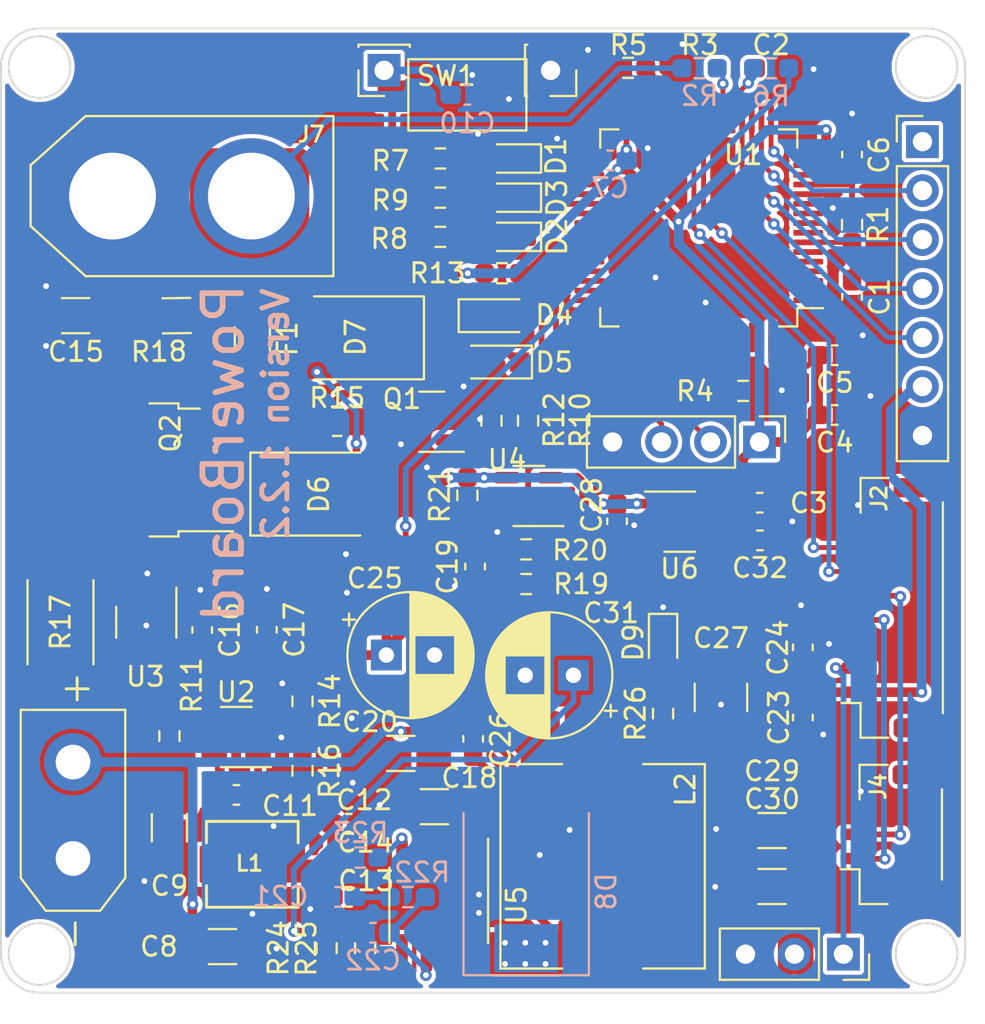
<source format=kicad_pcb>
(kicad_pcb (version 20211014) (generator pcbnew)
  (title_block (title "Power Board") (date "2022-07-19") (rev "1.2.2"))
  (layers (0 "F.Cu" signal) (31 "B.Cu" signal) (34 "B.Paste" user) (35 "F.Paste" user) (36 "B.SilkS" user "B.Silkscreen") (37 "F.SilkS" user "F.Silkscreen") (38 "B.Mask" user) (39 "F.Mask" user) (44 "Edge.Cuts" user))
  (net 0 "")
  (net 1 "/Controller/RST")
  (net 2 "GND")
  (net 3 "+3V3")
  (net 4 "VCC")
  (net 5 "Net-(C10-Pad2)")
  (net 6 "+6V")
  (net 7 "+5V")
  (net 8 "+5VA")
  (net 9 "Net-(D1-Pad2)")
  (net 10 "Net-(D2-Pad2)")
  (net 11 "Net-(D3-Pad2)")
  (net 12 "/Controller/SWDIO")
  (net 13 "/Controller/SWCLK")
  (net 14 "/Connector/Servo_PWM")
  (net 15 "/Connector/M_RX")
  (net 16 "/Connector/M_TX")
  (net 17 "/Connector/PWR_TX")
  (net 18 "/Connector/PWR_RX")
  (net 19 "+15V")
  (net 20 "Net-(Q2-Pad2)")
  (net 21 "/Controller/ADC2")
  (net 22 "Net-(R4-Pad1)")
  (net 23 "Net-(R5-Pad1)")
  (net 24 "/Controller/LED1")
  (net 36 "Net-(D6-Pad2)")
  (net 37 "/Controller/LED2")
  (net 61 "Net-(C21-Pad2)")
  (net 62 "Net-(Q1-Pad1)")
  (net 65 "/Connector/D3")
  (net 66 "/Connector/D2")
  (net 67 "/Connector/D1")
  (net 68 "/Connector/D0")
  (net 69 "/Controller/ADC1")
  (net 70 "Net-(D9-Pad2)")
  (net 71 "Net-(D5-Pad2)")
  (net 74 "/Controller/Current")
  (net 75 "Net-(C11-Pad1)")
  (net 76 "Net-(C11-Pad2)")
  (net 77 "Net-(C15-Pad2)")
  (net 78 "Net-(C19-Pad2)")
  (net 79 "Net-(C22-Pad2)")
  (net 80 "Net-(C26-Pad1)")
  (net 81 "Net-(C26-Pad2)")
  (net 82 "Net-(C32-Pad2)")
  (net 83 "Net-(R11-Pad1)")
  (net 84 "Net-(R14-Pad2)")
  (net 85 "Net-(R19-Pad1)")
  (net 86 "Net-(R23-Pad2)")
  (net 87 "Net-(R24-Pad1)")
  (net 88 "/Controller/PA10")
  (net 89 "/Controller/PA9")
  (net 93 "/Controller/PA11")
  (footprint "Package_TO_SOT_SMD:TO-252-2" (layer "F.Cu") (at 129.797 101.382 180)
    (fp_text reference "Q2")
    (fp_text value "ME85P03")
  )
  (footprint "Capacitor_SMD:C_0603_1608Metric_Pad1.08x0.95mm_HandSolder" (layer "F.Cu") (at 164.647 110.582 -90)
    (fp_text reference "C24")
    (fp_text value "10uF")
  )
  (footprint "Resistor_SMD:R_0603_1608Metric_Pad0.98x0.95mm_HandSolder" (layer "F.Cu") (at 147.247 102.6945 90)
    (fp_text reference "R21")
    (fp_text value "100R")
  )
  (footprint "Capacitor_SMD:C_1206_3216Metric_Pad1.33x1.80mm_HandSolder" (layer "F.Cu") (at 163.047 122.982)
    (fp_text reference "C30")
    (fp_text value "10uF")
  )
  (footprint "Package_TO_SOT_SMD:SOT-23-6" (layer "F.Cu") (at 135.2595 115.232 180)
    (fp_text reference "U2")
    (fp_text value "JW5017S")
  )
  (footprint "Diode_SMD:D_SMB" (layer "F.Cu") (at 139.547 102.632)
    (fp_text reference "D6")
    (fp_text value "16V")
  )
  (footprint "LED_SMD:LED_0603_1608Metric" (layer "F.Cu") (at 149.5845 87.264 180)
    (fp_text reference "D3")
    (fp_text value "LED")
  )
  (footprint "Capacitor_SMD:C_0603_1608Metric_Pad1.08x0.95mm_HandSolder" (layer "F.Cu") (at 162.422 105.032 180)
    (fp_text reference "C32")
    (fp_text value "100nF")
  )
  (footprint "Capacitor_SMD:C_1206_3216Metric_Pad1.33x1.80mm_HandSolder" (layer "F.Cu") (at 126.9345 93.382)
    (fp_text reference "C15")
    (fp_text value "10uF")
  )
  (footprint "Capacitor_SMD:C_0603_1608Metric_Pad1.08x0.95mm_HandSolder" (layer "F.Cu") (at 141.1095 123.518 180)
    (fp_text reference "C13")
    (fp_text value "22uF")
  )
  (footprint "Capacitor_THT:CP_Radial_D6.3mm_P2.50mm" (layer "F.Cu") (at 152.747 112.032 180)
    (fp_text reference "C31")
    (fp_text value "470uF")
  )
  (footprint "Capacitor_THT:CP_Radial_D6.3mm_P2.50mm" (layer "F.Cu") (at 143.047 110.982)
    (fp_text reference "C25")
    (fp_text value "470uF")
  )
  (footprint "PowerLibrary:JST_GH_SM08B-GHS-TB_1x08-1MP_P1.25mm_Horizontal" (layer "F.Cu") (at 169.347 108.532 90)
    (fp_text reference "J2")
    (fp_text value "GH1.25_1x8")
  )
  (footprint "Connector_PinSocket_2.54mm:PinSocket_1x01_P2.54mm_Vertical" (layer "F.Cu") (at 142.929 80.662 180)
    (fp_text reference "J9" hide)
    (fp_text value "conn_1x1")
  )
  (footprint "Diode_SMD:D_SOD-323_HandSoldering" (layer "F.Cu") (at 148.697 95.788 180)
    (fp_text reference "D5")
    (fp_text value "SD103AWS")
  )
  (footprint "LED_SMD:LED_0603_1608Metric" (layer "F.Cu") (at 157.397 110.332 -90)
    (fp_text reference "D9")
    (fp_text value "LED")
  )
  (footprint "Resistor_SMD:R_0603_1608Metric_Pad0.98x0.95mm_HandSolder" (layer "F.Cu") (at 145.847 85.232)
    (fp_text reference "R7")
    (fp_text value "1kR")
  )
  (footprint "Resistor_SMD:R_0603_1608Metric_Pad0.98x0.95mm_HandSolder" (layer "F.Cu") (at 148.497 98.832 -90)
    (fp_text reference "R12")
    (fp_text value "10kR")
  )
  (footprint "Capacitor_SMD:C_0603_1608Metric_Pad1.08x0.95mm_HandSolder" (layer "F.Cu") (at 167.197 92.4065 -90)
    (fp_text reference "C1")
    (fp_text value "100nF")
  )
  (footprint "Package_TO_SOT_SMD:SOT-23" (layer "F.Cu") (at 145.397 98.882 180)
    (fp_text reference "Q1")
    (fp_text value "SS8050")
  )
  (footprint "Fuse:Fuse_1206_3216Metric" (layer "F.Cu") (at 136.097 94.582 -90)
    (fp_text reference "F1")
    (fp_text value "Fuse")
  )
  (footprint "Capacitor_SMD:C_0603_1608Metric_Pad1.08x0.95mm_HandSolder" (layer "F.Cu") (at 162.4095 103.082 180)
    (fp_text reference "C3")
    (fp_text value "100nF")
  )
  (footprint "Resistor_SMD:R_0603_1608Metric_Pad0.98x0.95mm_HandSolder" (layer "F.Cu") (at 155.5845 80.532 180)
    (fp_text reference "R5")
    (fp_text value "10kR")
  )
  (footprint "Capacitor_SMD:C_0603_1608Metric_Pad1.08x0.95mm_HandSolder" (layer "F.Cu") (at 141.097 119.732 180)
    (fp_text reference "C12")
    (fp_text value "10uF")
  )
  (footprint "Capacitor_SMD:C_1206_3216Metric_Pad1.33x1.80mm_HandSolder" (layer "F.Cu") (at 143.797 116.082)
    (fp_text reference "C20")
    (fp_text value "10uF")
  )
  (footprint "Package_QFP:LQFP-64_10x10mm_P0.5mm" (layer "F.Cu") (at 159.247 88.832 180)
    (fp_text reference "U1")
    (fp_text value "MM32SPIN27PS")
  )
  (footprint "Package_TO_SOT_SMD:TSOT-23-6" (layer "F.Cu") (at 150.4345 102.732 180)
    (fp_text reference "U4")
    (fp_text value "ETA7014")
  )
  (footprint "Package_TO_SOT_SMD:SOT-23-5" (layer "F.Cu") (at 130.597 109.282 -90)
    (fp_text reference "U3")
    (fp_text value "INA180A2")
  )
  (footprint "Capacitor_SMD:C_0603_1608Metric_Pad1.08x0.95mm_HandSolder" (layer "F.Cu") (at 163 80.55)
    (fp_text reference "C2")
    (fp_text value "100nF")
  )
  (footprint "LED_SMD:LED_0603_1608Metric" (layer "F.Cu") (at 149.5845 89.296 180)
    (fp_text reference "D2")
    (fp_text value "LED")
  )
  (footprint "Resistor_SMD:R_0603_1608Metric_Pad0.98x0.95mm_HandSolder" (layer "F.Cu") (at 150.3 105.5)
    (fp_text reference "R20")
    (fp_text value "5kR")
  )
  (footprint "Connector_PinSocket_2.54mm:PinSocket_1x01_P2.54mm_Vertical" (layer "F.Cu") (at 151.565 80.662 -90)
    (fp_text reference "J8" hide)
    (fp_text value "conn_1x1")
  )
  (footprint "Capacitor_SMD:C_1206_3216Metric_Pad1.33x1.80mm_HandSolder" (layer "F.Cu") (at 134.55 126.1 180)
    (fp_text reference "C8")
    (fp_text value "10uF")
  )
  (footprint "Capacitor_SMD:C_0603_1608Metric_Pad1.08x0.95mm_HandSolder" (layer "F.Cu") (at 147.547 115.332 -90)
    (fp_text reference "C26")
    (fp_text value "100nF")
  )
  (footprint "Resistor_SMD:R_0603_1608Metric_Pad0.98x0.95mm_HandSolder" (layer "F.Cu") (at 149.047 91.182 180)
    (fp_text reference "R13")
    (fp_text value "10kR")
  )
  (footprint "Resistor_SMD:R_0805_2012Metric_Pad1.20x1.40mm_HandSolder" (layer "F.Cu") (at 140.497 98.882)
    (fp_text reference "R15")
    (fp_text value "4.7kR")
  )
  (footprint "Capacitor_SMD:C_0603_1608Metric_Pad1.08x0.95mm_HandSolder" (layer "F.Cu") (at 136.847 109.6695 -90)
    (fp_text reference "C17")
    (fp_text value "10uF")
  )
  (footprint "Resistor_SMD:R_0603_1608Metric_Pad0.98x0.95mm_HandSolder" (layer "F.Cu") (at 131.797 115.182 -90)
    (fp_text reference "R11")
    (fp_text value "100kR")
  )
  (footprint "PowerLibrary:PinHeader_1x07_P2.54mm_Vertical" (layer "F.Cu") (at 170.847 84.357)
    (fp_text reference "J5" hide)
    (fp_text value "CONN_1X7" hide)
  )
  (footprint "Resistor_SMD:R_0603_1608Metric_Pad0.98x0.95mm_HandSolder" (layer "F.Cu") (at 138.697 113.382 -90)
    (fp_text reference "R14")
    (fp_text value "3kR")
  )
  (footprint "Capacitor_SMD:C_0603_1608Metric_Pad1.08x0.95mm_HandSolder" (layer "F.Cu") (at 166.297 98.532 180)
    (fp_text reference "C4")
    (fp_text value "100nF")
  )
  (footprint "PowerLibrary:AMASS_XT30UPB-F_1x02_P5.0mm_Vertical" (layer "F.Cu") (at 126.797 121.532 90)
    (fp_text reference "J6" hide)
    (fp_text value "XT30")
  )
  (footprint "Button_Switch_SMD:SW_SPST_CK_RS282G05A3" (layer "F.Cu") (at 147.247 81.932)
    (fp_text reference "SW1")
    (fp_text value "KEY")
  )
  (footprint "Capacitor_SMD:C_1210_3225Metric_Pad1.33x2.70mm_HandSolder" (layer "F.Cu") (at 160.397 113.182 90)
    (fp_text reference "C27")
    (fp_text value "100uF")
  )
  (footprint "Capacitor_SMD:C_0603_1608Metric_Pad1.08x0.95mm_HandSolder" (layer "F.Cu") (at 141.1095 121.618 180)
    (fp_text reference "C14")
    (fp_text value "10uF")
  )
  (footprint "Resistor_SMD:R_0603_1608Metric_Pad0.98x0.95mm_HandSolder" (layer "F.Cu") (at 150.397 98.832 90)
    (fp_text reference "R10")
    (fp_text value "100R")
  )
  (footprint "Capacitor_SMD:C_0603_1608Metric_Pad1.08x0.95mm_HandSolder" (layer "F.Cu") (at 155.0095 104.0445 90)
    (fp_text reference "C28")
    (fp_text value "100nF")
  )
  (footprint "Resistor_SMD:R_0603_1608Metric_Pad0.98x0.95mm_HandSolder" (layer "F.Cu") (at 138.697 116.982 90)
    (fp_text reference "R16")
    (fp_text value "16kR")
  )
  (footprint "Resistor_SMD:R_0603_1608Metric_Pad0.98x0.95mm_HandSolder" (layer "F.Cu") (at 150.3 107.3 180)
    (fp_text reference "R19")
    (fp_text value "18.8kR")
  )
  (footprint "Capacitor_SMD:C_1206_3216Metric_Pad1.33x1.80mm_HandSolder" (layer "F.Cu") (at 131.797 119.932 90)
    (fp_text reference "C9")
    (fp_text value "4.7uF")
  )
  (footprint "Diode_SMD:D_SMB" (layer "F.Cu") (at 141.447 94.532 180)
    (fp_text reference "D7")
    (fp_text value "18V")
  )
  (footprint "Capacitor_SMD:C_1206_3216Metric_Pad1.33x1.80mm_HandSolder" (layer "F.Cu") (at 163.047 120.082)
    (fp_text reference "C29")
    (fp_text value "47uF")
  )
  (footprint "PowerLibrary:PinSocket_1x03_P2.54mm_Vertical" (layer "F.Cu") (at 166.751 126.492 -90)
    (fp_text reference "J3" hide)
    (fp_text value "conn_1x3")
  )
  (footprint "Capacitor_SMD:C_0603_1608Metric_Pad1.08x0.95mm_HandSolder" (layer "F.Cu") (at 133.497 109.682 -90)
    (fp_text reference "C16")
    (fp_text value "100nF")
  )
  (footprint "Resistor_SMD:R_0603_1608Metric_Pad0.98x0.95mm_HandSolder" (layer "F.Cu") (at 139.947 126.182 90)
    (fp_text reference "R24")
    (fp_text value "71.5k")
  )
  (footprint "PowerLibrary:AMASS_XT60-M_1x02_P7.20mm_Vertical" (layer "F.Cu") (at 128.847 87.182)
    (fp_text reference "J7")
    (fp_text value "XT60")
  )
  (footprint "Resistor_SMD:R_2512_6332Metric" (layer "F.Cu") (at 126.147 109.282 90)
    (fp_text reference "R17")
    (fp_text value "3mR")
  )
  (footprint "LED_SMD:LED_0603_1608Metric" (layer "F.Cu") (at 149.5845 85.232 180)
    (fp_text reference "D1")
    (fp_text value "LED")
  )
  (footprint "Package_SO:SOIC-8-1EP_3.9x4.9mm_P1.27mm_EP2.29x3mm" (layer "F.Cu") (at 145.762 123.957 -90)
    (fp_text reference "U5")
    (fp_text value "TPS54540")
  )
  (footprint "Resistor_SMD:R_0603_1608Metric_Pad0.98x0.95mm_HandSolder" (layer "F.Cu") (at 159.291 80.55 180)
    (fp_text reference "R3")
    (fp_text value "1kR")
  )
  (footprint "Resistor_SMD:R_0603_1608Metric_Pad0.98x0.95mm_HandSolder" (layer "F.Cu") (at 141.947 126.182 -90)
    (fp_text reference "R25")
    (fp_text value "11kR")
  )
  (footprint "Capacitor_SMD:C_0603_1608Metric_Pad1.08x0.95mm_HandSolder" (layer "F.Cu") (at 164.647 114.2195 90)
    (fp_text reference "C23")
    (fp_text value "1uF")
  )
  (footprint "Resistor_SMD:R_1206_3216Metric" (layer "F.Cu") (at 132.172 93.382 -179.2)
    (fp_text reference "R18")
    (fp_text value "10R")
  )
  (footprint "Capacitor_SMD:C_0603_1608Metric_Pad1.08x0.95mm_HandSolder" (layer "F.Cu") (at 166.297 95.432 180)
    (fp_text reference "C5")
    (fp_text value "100nF")
  )
  (footprint "Capacitor_SMD:C_1206_3216Metric_Pad1.33x1.80mm_HandSolder" (layer "F.Cu") (at 145.5345 118.8445)
    (fp_text reference "C18")
    (fp_text value "10uF")
  )
  (footprint "Resistor_SMD:R_0603_1608Metric_Pad0.98x0.95mm_HandSolder" (layer "F.Cu") (at 157.397 114.015 90)
    (fp_text reference "R26")
    (fp_text value "4.7kR")
  )
  (footprint "Resistor_SMD:R_0603_1608Metric_Pad0.98x0.95mm_HandSolder" (layer "F.Cu") (at 145.847 89.296)
    (fp_text reference "R8")
    (fp_text value "1kR")
  )
  (footprint "Inductor_SMD:L_10.4x10.4_H4.8" (layer "F.Cu") (at 154.262 121.937 90)
    (fp_text reference "L2")
    (fp_text value "2.2uH")
  )
  (footprint "Capacitor_SMD:C_0603_1608Metric_Pad1.08x0.95mm_HandSolder" (layer "F.Cu") (at 167.197 85.032 -90)
    (fp_text reference "C6")
    (fp_text value "100nF")
  )
  (footprint "Capacitor_SMD:C_0603_1608Metric_Pad1.08x0.95mm_HandSolder" (layer "F.Cu") (at 135.272 118.232)
    (fp_text reference "C11")
    (fp_text value "100nF")
  )
  (footprint "Resistor_SMD:R_0603_1608Metric_Pad0.98x0.95mm_HandSolder" (layer "F.Cu") (at 167.197 88.6695 90)
    (fp_text reference "R1")
    (fp_text value "10kR")
  )
  (footprint "Resistor_SMD:R_0603_1608Metric_Pad0.98x0.95mm_HandSolder" (layer "F.Cu") (at 161.547 97.282)
    (fp_text reference "R4")
    (fp_text value "10kR")
  )
  (footprint "Package_TO_SOT_SMD:SOT-23-5" (layer "F.Cu") (at 158.2605 104.066)
    (fp_text reference "U6")
    (fp_text value "HX9193-3.3GB")
  )
  (footprint "PowerLibrary:JST_GH_SM03B-GHS-TB_1x03-1MP_P1.25mm_Horizontal" (layer "F.Cu") (at 169.297 120.282 90)
    (fp_text reference "J4")
    (fp_text value "GH1.25_1X3")
  )
  (footprint "Diode_SMD:D_SOD-323_HandSoldering" (layer "F.Cu") (at 148.697 93.382)
    (fp_text reference "D4")
    (fp_text value "SD103AWS")
  )
  (footprint "PowerLibrary:IND-SMD_L4.6-W4.2_SMMS0420" (layer "F.Cu") (at 136.097 121.832 180)
    (fp_text reference "L1")
    (fp_text value "4.7uH")
  )
  (footprint "Connector_PinHeader_2.54mm:PinHeader_1x04_P2.54mm_Vertical" (layer "F.Cu") (at 162.397 99.932 -90)
    (fp_text reference "J1" hide)
    (fp_text value "Conn_01x04" hide)
  )
  (footprint "Capacitor_SMD:C_0603_1608Metric_Pad1.08x0.95mm_HandSolder" (layer "F.Cu") (at 147.647 106.3945 90)
    (fp_text reference "C19")
    (fp_text value "1uF")
  )
  (footprint "Resistor_SMD:R_0603_1608Metric_Pad0.98x0.95mm_HandSolder" (layer "F.Cu") (at 145.847 87.264)
    (fp_text reference "R9")
    (fp_text value "1kR")
  )
  (footprint "Resistor_SMD:R_0603_1608Metric_Pad0.98x0.95mm_HandSolder" (layer "B.Cu") (at 144.1595 123.532)
    (fp_text reference "R22")
    (fp_text value "18.7kR")
  )
  (footprint "Resistor_SMD:R_0603_1608Metric_Pad0.98x0.95mm_HandSolder" (layer "B.Cu") (at 159.291 80.55)
    (fp_text reference "R2")
    (fp_text value "10kR")
  )
  (footprint "Diode_SMD:D_SMC" (layer "B.Cu") (at 150.297 122.782 90)
    (fp_text reference "D8")
    (fp_text value "SK104C")
  )
  (footprint "Capacitor_SMD:C_0603_1608Metric_Pad1.08x0.95mm_HandSolder" (layer "B.Cu") (at 154.647 85.332)
    (fp_text reference "C7")
    (fp_text value "100nF")
  )
  (footprint "Capacitor_SMD:C_0603_1608Metric_Pad1.08x0.95mm_HandSolder" (layer "B.Cu") (at 142.347 125.382)
    (fp_text reference "C22")
    (fp_text value "39pF")
  )
  (footprint "Resistor_SMD:R_0603_1608Metric_Pad0.98x0.95mm_HandSolder" (layer "B.Cu") (at 141.697 121.482)
    (fp_text reference "R23")
    (fp_text value "78.7kR")
  )
  (footprint "Resistor_SMD:R_0603_1608Metric_Pad0.98x0.95mm_HandSolder" (layer "B.Cu") (at 163 80.55 180)
    (fp_text reference "R6")
    (fp_text value "10kR")
  )
  (footprint "Capacitor_SMD:C_0603_1608Metric_Pad1.08x0.95mm_HandSolder" (layer "B.Cu") (at 140.547 123.523)
    (fp_text reference "C21")
    (fp_text value "680pF")
  )
  (footprint "Capacitor_SMD:C_0603_1608Metric_Pad1.08x0.95mm_HandSolder" (layer "B.Cu") (at 147.247 81.932 180)
    (fp_text reference "C10")
    (fp_text value "100nF")
  )
  (gr_line (start 123.061 80.486) (end 123.061 126.486) (layer "Edge.Cuts") (width 0.1))
  (gr_arc (start 125.061 128.486) (mid 123.646786 127.900214) (end 123.061 126.486) (layer "Edge.Cuts") (width 0.1))
  (gr_arc (start 173.061 126.486) (mid 172.475214 127.900214) (end 171.061 128.486) (layer "Edge.Cuts") (width 0.1))
  (gr_line (start 171.061 128.486) (end 125.061 128.486) (layer "Edge.Cuts") (width 0.1))
  (gr_arc (start 123.061 80.486) (mid 123.646786 79.071786) (end 125.061 78.486) (layer "Edge.Cuts") (width 0.1))
  (gr_circle (center 171.061 80.486) (end 172.661 80.486) (layer "Edge.Cuts") (width 0.1) (fill none))
  (gr_line (start 173.061 126.486) (end 173.061 80.486) (layer "Edge.Cuts") (width 0.1))
  (gr_arc (start 171.061 78.486) (mid 172.475214 79.071786) (end 173.061 80.486) (layer "Edge.Cuts") (width 0.1))
  (gr_circle (center 125.061 80.486) (end 126.661 80.486) (layer "Edge.Cuts") (width 0.1) (fill none))
  (gr_circle (center 125.061 126.486) (end 126.661 126.486) (layer "Edge.Cuts") (width 0.1) (fill none))
  (gr_circle (center 171.061 126.486) (end 172.661 126.486) (layer "Edge.Cuts") (width 0.1) (fill none))
  (gr_line (start 171.061 78.486) (end 125.061 78.486) (layer "Edge.Cuts") (width 0.1))
  (gr_text "PowerBoard" (at 134.6 100.5 90) (layer "B.SilkS") (effects (font (size 2 2) (thickness 0.3)) (justify mirror)))
  (gr_text "Version 1.2.2" (at 137.3 98.5 90) (layer "B.SilkS") (effects (font (size 1.3 1.3) (thickness 0.25)) (justify mirror)))
  (segment (start 167.197 91.544) (end 167.197 89.582) (width 0.254) (layer "F.Cu") (net 1))
  (segment (start 164.922 89.582) (end 167.197 89.582) (width 0.254) (layer "F.Cu") (net 1))
  (via (at 130.65 106.75) (size 0.6) (drill 0.3) (layers "F.Cu" "B.Cu") (net 2))
  (via (at 157 91.4) (size 0.6) (drill 0.3) (layers "F.Cu" "B.Cu") (net 2))
  (via (at 141.3 117.6) (size 0.6) (drill 0.3) (layers "F.Cu" "B.Cu") (net 2))
  (via (at 167.75 94.4) (size 0.6) (drill 0.3) (layers "F.Cu" "B.Cu") (net 2))
  (via (at 168.15 97.55) (size 0.6) (drill 0.3) (layers "F.Cu" "B.Cu") (net 2))
  (via (at 164.55 108.4) (size 0.6) (drill 0.3) (layers "F.Cu" "B.Cu") (net 2))
  (via (at 130.5 122.7) (size 0.6) (drill 0.3) (layers "F.Cu" "B.Cu") (net 2))
  (via (at 125.4 94.95) (size 0.6) (drill 0.3) (layers "F.Cu" "B.Cu") (net 2))
  (via (at 140.95 105.75) (size 0.6) (drill 0.3) (layers "F.Cu" "B.Cu") (net 2))
  (via (at 141 107.75) (size 0.6) (drill 0.3) (layers "F.Cu" "B.Cu") (net 2))
  (via (at 137.65 112.45) (size 0.6) (drill 0.3) (layers "F.Cu" "B.Cu") (net 2))
  (via (at 153.5 79.6) (size 0.6) (drill 0.3) (layers "F.Cu" "B.Cu") (net 2))
  (via (at 160.1 123) (size 0.6) (drill 0.3) (layers "F.Cu" "B.Cu") (net 2))
  (via (at 165.7 115.1) (size 0.6) (drill 0.3) (layers "F.Cu" "B.Cu") (net 2))
  (via (at 159.6 92.7) (size 0.6) (drill 0.3) (layers "F.Cu" "B.Cu") (net 2))
  (via (at 136.1 124.4) (size 0.6) (drill 0.3) (layers "F.Cu" "B.Cu") (net 2))
  (via (at 166.2 87.8) (size 0.6) (drill 0.3) (layers "F.Cu" "B.Cu") (net 2))
  (via (at 151.9 84.2) (size 0.6) (drill 0.3) (layers "F.Cu" "B.Cu") (net 2))
  (via (at 152.55 120.05) (size 0.6) (drill 0.3) (layers "F.Cu" "B.Cu") (net 2))
  (via (at 133.4 107.6) (size 0.6) (drill 0.3) (layers "F.Cu" "B.Cu") (net 2))
  (via (at 141.25 114.25) (size 0.6) (drill 0.3) (layers "F.Cu" "B.Cu") (net 2))
  (via (at 167.5 103.2) (size 0.6) (drill 0.3) (layers "F.Cu" "B.Cu") (net 2))
  (via (at 147.85 123.4) (size 0.6) (drill 0.3) (layers "F.Cu" "B.Cu") (net 2))
  (via (at 143.8 100.05) (size 0.6) (drill 0.3) (layers "F.Cu" "B.Cu") (net 2))
  (via (at 136.85 107.55) (size 0.6) (drill 0.3) (layers "F.Cu" "B.Cu") (net 2))
  (via (at 137.35 126.2) (size 0.6) (drill 0.3) (layers "F.Cu" "B.Cu") (net 2))
  (via (at 125.4 91.85) (size 0.6) (drill 0.3) (layers "F.Cu" "B.Cu") (net 2))
  (via (at 157.4 108.5) (size 0.6) (drill 0.3) (layers "F.Cu" "B.Cu") (net 2))
  (via (at 147.5 80.9) (size 0.6) (drill 0.3) (layers "F.Cu" "B.Cu") (net 2))
  (via (at 167.65 118.05) (size 0.6) (drill 0.3) (layers "F.Cu" "B.Cu") (net 2))
  (via (at 137.6 115.25) (size 0.6) (drill 0.3) (layers "F.Cu" "B.Cu") (net 2))
  (via (at 160.4 113.55) (size 0.6) (drill 0.3) (layers "F.Cu" "B.Cu") (net 2))
  (via (at 164.1 104.05) (size 0.6) (drill 0.3) (layers "F.Cu" "B.Cu") (net 2))
  (via (at 155.9 104.25) (size 0.6) (drill 0.3) (layers "F.Cu" "B.Cu") (net 2))
  (via (at 147.9 98.75) (size 0.6) (drill 0.3) (layers "F.Cu" "B.Cu") (net 2))
  (via (at 146.6 107.4) (size 0.6) (drill 0.3) (layers "F.Cu" "B.Cu") (net 2))
  (via (at 160.15 120) (size 0.6) (drill 0.3) (layers "F.Cu" "B.Cu") (net 2))
  (via (at 163.55 97.25) (size 0.6) (drill 0.3) (layers "F.Cu" "B.Cu") (net 2))
  (via (at 130.6 109.45) (size 0.6) (drill 0.3) (layers "F.Cu" "B.Cu") (net 2))
  (via (at 147.05 97.05) (size 0.6) (drill 0.3) (layers "F.Cu" "B.Cu") (net 2))
  (via (at 166 110.4) (size 0.6) (drill 0.3) (layers "F.Cu" "B.Cu") (net 2))
  (via (at 149.4 82.15) (size 0.6) (drill 0.3) (layers "F.Cu" "B.Cu") (net 2))
  (via (at 158.4 79.3) (size 0.6) (drill 0.3) (layers "F.Cu" "B.Cu") (net 2))
  (via (at 145.15 101.25) (size 0.6) (drill 0.3) (layers "F.Cu" "B.Cu") (net 2))
  (via (at 148.8 104.6) (size 0.6) (drill 0.3) (layers "F.Cu" "B.Cu") (net 2))
  (via (at 151 121.35) (size 0.6) (drill 0.3) (layers "F.Cu" "B.Cu") (net 2))
  (via (at 139.1 124.15) (size 0.6) (drill 0.3) (layers "F.Cu" "B.Cu") (net 2))
  (via (at 147.8 83.95) (size 0.6) (drill 0.3) (layers "F.Cu" "B.Cu") (net 2))
  (via (at 167.2 82.9) (size 0.6) (drill 0.3) (layers "F.Cu" "B.Cu") (net 2))
  (via (at 156.6 84.7) (size 0.6) (drill 0.3) (layers "F.Cu" "B.Cu") (net 2))
  (via (at 142.7 118.75) (size 0.6) (drill 0.3) (layers "F.Cu" "B.Cu") (net 2))
  (via (at 165.2 80.6) (size 0.6) (drill 0.3) (layers "F.Cu" "B.Cu") (net 2))
  (via (at 147.85 124.35) (size 0.6) (drill 0.3) (layers "F.Cu" "B.Cu") (net 2))
  (via (at 137.2 119.85) (size 0.6) (drill 0.3) (layers "F.Cu" "B.Cu") (net 2))
  (segment (start 147.268 91.182) (end 146.8205 91.182) (width 0.4) (layer "F.Cu") (net 3))
  (segment (start 155.497 85.3445) (end 155.04575 85.79575) (width 0.5) (layer "F.Cu") (net 3))
  (segment (start 162.997 94.507) (end 162.997 95.732) (width 0.3) (layer "F.Cu") (net 3))
  (segment (start 162.397 99.932) (end 164.0345 99.932) (width 0.5) (layer "F.Cu") (net 3))
  (segment (start 161.547 100.782) (end 162.397 99.932) (width 0.5) (layer "F.Cu") (net 3))
  (segment (start 155.497 84.782) (end 155.497 85.3445) (width 0.5) (layer "F.Cu") (net 3))
  (segment (start 167.197 85.747) (end 167.197 85.8945) (width 0.5) (layer "F.Cu") (net 3))
  (segment (start 161.513 103.116) (end 161.547 103.082) (width 0.5) (layer "F.Cu") (net 3))
  (segment (start 162.997 95.732) (end 163.247 95.982) (width 0.3) (layer "F.Cu") (net 3))
  (segment (start 155.04575 85.79575) (end 155.49575 85.79575) (width 0.5) (layer "F.Cu") (net 3))
  (segment (start 161.547 103.082) (end 161.547 100.782) (width 0.5) (layer "F.Cu") (net 3))
  (segment (start 167.147 86.582) (end 167.197 86.632) (width 0.3) (layer "F.Cu") (net 3))
  (segment (start 163.247 95.982) (end 164.8845 95.982) (width 0.3) (layer "F.Cu") (net 3))
  (segment (start 164.8845 95.982) (end 165.4345 95.432) (width 0.3) (layer "F.Cu") (net 3))
  (segment (start 144.9345 89.296) (end 144.9345 85.232) (width 0.4) (layer "F.Cu") (net 3))
  (segment (start 165.85 84.4) (end 167.197 85.747) (width 0.5) (layer "F.Cu") (net 3))
  (segment (start 159.398 103.116) (end 161.513 103.116) (width 0.5) (layer "F.Cu") (net 3))
  (segment (start 167.197 86.632) (end 167.197 85.8945) (width 0.3) (layer "F.Cu") (net 3))
  (segment (start 164.922 86.582) (end 167.147 86.582) (width 0.3) (layer "F.Cu") (net 3))
  (segment (start 165.85 83.75) (end 165.85 84.4) (width 0.5) (layer "F.Cu") (net 3))
  (segment (start 155.497 83.157) (end 155.497 84.782) (width 0.3) (layer "F.Cu") (net 3))
  (segment (start 148.1345 91.182) (end 147.268 91.182) (width 0.4) (layer "F.Cu") (net 3))
  (segment (start 146.8205 91.182) (end 144.9345 89.296) (width 0.4) (layer "F.Cu") (net 3))
  (segment (start 167.197 87.757) (end 167.197 86.632) (width 0.3) (layer "F.Cu") (net 3))
  (segment (start 155.49575 85.79575) (end 158.2 88.5) (width 0.5) (layer "F.Cu") (net 3))
  (segment (start 164.0345 99.932) (end 165.4345 98.532) (width 0.5) (layer "F.Cu") (net 3))
  (segment (start 165.4345 98.532) (end 165.4345 95.432) (width 0.5) (layer "F.Cu") (net 3))
  (via (at 165.85 83.75) (size 0.6) (drill 0.3) (layers "F.Cu" "B.Cu") (net 3))
  (via (at 155.497 84.782) (size 0.6) (drill 0.3) (layers "F.Cu" "B.Cu") (net 3))
  (via (at 158.2 88.5) (size 0.6) (drill 0.3) (layers "F.Cu" "B.Cu") (net 3))
  (via (at 147.268 91.182) (size 0.6) (drill 0.3) (layers "F.Cu" "B.Cu") (net 3))
  (via (at 155.04575 85.79575) (size 0.6) (drill 0.3) (layers "F.Cu" "B.Cu") (net 3))
  (segment (start 155.04575 85.79575) (end 155.5095 85.332) (width 0.5) (layer "B.Cu") (net 3))
  (segment (start 158.2 89.65) (end 162.397 93.847) (width 0.5) (layer "B.Cu") (net 3))
  (segment (start 158.2 88.35) (end 158.2 88.5) (width 0.5) (layer "B.Cu") (net 3))
  (segment (start 147.268 91.182) (end 149.6595 91.182) (width 0.5) (layer "B.Cu") (net 3))
  (segment (start 165.85 83.75) (end 162.8 83.75) (width 0.5) (layer "B.Cu") (net 3))
  (segment (start 158.2 88.5) (end 158.2 89.65) (width 0.5) (layer "B.Cu") (net 3))
  (segment (start 149.6595 91.182) (end 155.04575 85.79575) (width 0.5) (layer "B.Cu") (net 3))
  (segment (start 162.397 93.847) (end 162.397 99.932) (width 0.5) (layer "B.Cu") (net 3))
  (segment (start 155.497 84.782) (end 155.497 85.3195) (width 0.3) (layer "B.Cu") (net 3))
  (segment (start 155.497 85.3195) (end 155.5095 85.332) (width 0.3) (layer "B.Cu") (net 3))
  (segment (start 162.8 83.75) (end 158.2 88.35) (width 0.5) (layer "B.Cu") (net 3))
  (segment (start 129.247 109.532) (end 129.647 109.932) (width 0.254) (layer "F.Cu") (net 4))
  (segment (start 144.2275 114.95) (end 145.3595 116.082) (width 0.5) (layer "F.Cu") (net 4))
  (segment (start 132.9875 126.1) (end 132.9875 123.9125) (width 0.5) (layer "F.Cu") (net 4))
  (segment (start 132.9875 123.9125) (end 133 123.9) (width 0.5) (layer "F.Cu") (net 4))
  (segment (start 143.8 114.95) (end 144.2275 114.95) (width 0.5) (layer "F.Cu") (net 4))
  (segment (start 126.147 112.2445) (end 126.147 109.882) (width 0.254) (layer "F.Cu") (net 4))
  (segment (start 129.647 109.932) (end 129.647 110.4195) (width 0.254) (layer "F.Cu") (net 4))
  (segment (start 126.147 109.882) (end 126.497 109.532) (width 0.254) (layer "F.Cu") (net 4))
  (segment (start 126.497 109.532) (end 129.247 109.532) (width 0.254) (layer "F.Cu") (net 4))
  (via (at 133 123.9) (size 0.6) (drill 0.3) (layers "F.Cu" "B.Cu") (net 4))
  (via (at 143.8 114.95) (size 0.6) (drill 0.3) (layers "F.Cu" "B.Cu") (net 4))
  (segment (start 141.268 116.532) (end 142.75 115.05) (width 0.5) (layer "B.Cu") (net 4))
  (segment (start 126.797 116.532) (end 133.018 116.532) (width 0.5) (layer "B.Cu") (net 4))
  (segment (start 133 123.9) (end 133 116.55) (width 0.5) (layer "B.Cu") (net 4))
  (segment (start 142.85 114.95) (end 143.8 114.95) (width 0.5) (layer "B.Cu") (net 4))
  (segment (start 142.75 115.05) (end 142.85 114.95) (width 0.5) (layer "B.Cu") (net 4))
  (segment (start 133 116.55) (end 133.018 116.532) (width 0.5) (layer "B.Cu") (net 4))
  (segment (start 133.018 116.532) (end 141.268 116.532) (width 0.5) (layer "B.Cu") (net 4))
  (segment (start 143.347 81.932) (end 143.347 81.08) (width 0.4) (layer "F.Cu") (net 5))
  (segment (start 143.347 89.482) (end 147.247 93.382) (width 0.4) (layer "F.Cu") (net 5))
  (segment (start 149.947 95.788) (end 149.853 95.788) (width 0.4) (layer "F.Cu") (net 5))
  (segment (start 143.347 81.932) (end 143.347 89.482) (width 0.4) (layer "F.Cu") (net 5))
  (segment (start 147.247 93.382) (end 147.447 93.382) (width 0.4) (layer "F.Cu") (net 5))
  (segment (start 143.347 81.08) (end 142.929 80.662) (width 0.4) (layer "F.Cu") (net 5))
  (segment (start 149.853 95.788) (end 147.447 93.382) (width 0.4) (layer "F.Cu") (net 5))
  (segment (start 145.1145 80.662) (end 146.3845 81.932) (width 0.4) (layer "B.Cu") (net 5))
  (segment (start 142.929 80.662) (end 145.1145 80.662) (width 0.4) (layer "B.Cu") (net 5))
  (segment (start 139.947 125.2695) (end 138.2805 125.2695) (width 0.3) (layer "F.Cu") (net 6))
  (segment (start 138.2805 125.2695) (end 138.25 125.3) (width 0.3) (layer "F.Cu") (net 6))
  (via (at 138.25 125.3) (size 0.6) (drill 0.3) (layers "F.Cu" "B.Cu") (net 6))
  (segment (start 152.747 113.403) (end 152.747 112.032) (width 0.3) (layer "B.Cu") (net 6))
  (segment (start 138.25 122.05) (end 143.9 116.4) (width 0.3) (layer "B.Cu") (net 6))
  (segment (start 149.75 116.4) (end 152.747 113.403) (width 0.3) (layer "B.Cu") (net 6))
  (segment (start 138.25 125.3) (end 138.25 122.05) (width 0.3) (layer "B.Cu") (net 6))
  (segment (start 143.9 116.4) (end 149.75 116.4) (width 0.3) (layer "B.Cu") (net 6))
  (segment (start 149.297 101.782) (end 148.118 101.782) (width 0.5) (layer "F.Cu") (net 7))
  (segment (start 157.813 105.016) (end 157.123 105.016) (width 0.5) (layer "F.Cu") (net 7))
  (segment (start 140.2345 119.732) (end 140.2345 123.5055) (width 0.5) (layer "F.Cu") (net 7))
  (segment (start 158.247 104.582) (end 157.813 105.016) (width 0.5) (layer "F.Cu") (net 7))
  (segment (start 137.297 110.982) (end 140.297 110.982) (width 0.5) (layer "F.Cu") (net 7))
  (segment (start 157.123 103.116) (end 157.781 103.116) (width 0.5) (layer "F.Cu") (net 7))
  (segment (start 156.032 103.132) (end 157.107 103.132) (width 0.5) (layer "F.Cu") (net 7))
  (segment (start 149.3875 108.1125) (end 149.3875 107.3) (width 0.5) (layer "F.Cu") (net 7))
  (segment (start 138.129 121.832) (end 140.033 121.832) (width 0.5) (layer "F.Cu") (net 7))
  (segment (start 148.118 101.782) (end 147.247 101.782) (width 0.5) (layer "F.Cu") (net 7))
  (segment (start 145.25 102.75) (end 146.218 101.782) (width 0.5) (layer "F.Cu") (net 7))
  (segment (start 157.107 103.132) (end 157.123 103.116) (width 0.5) (layer "F.Cu") (net 7))
  (segment (start 143.047 110.982) (end 143.047 110.653) (width 0.5) (layer "F.Cu") (net 7))
  (segment (start 143.047 108.303) (end 145.25 106.1) (width 0.5) (layer "F.Cu") (net 7))
  (segment (start 138.697 118.1945) (end 140.2345 119.732) (width 0.5) (layer "F.Cu") (net 7))
  (segment (start 140.033 121.832) (end 140.247 121.618) (width 0.5) (layer "F.Cu") (net 7))
  (segment (start 140.297 110.982) (end 143.047 110.982) (width 0.5) (layer "F.Cu") (net 7))
  (segment (start 140.2345 111.0445) (end 140.297 110.982) (width 0.5) (layer "F.Cu") (net 7))
  (segment (start 140.2345 123.5055) (end 140.247 123.518) (width 0.5) (layer "F.Cu") (net 7))
  (segment (start 143.047 110.982) (end 143.047 108.303) (width 0.5) (layer "F.Cu") (net 7))
  (segment (start 145.25 106.1) (end 145.25 102.75) (width 0.5) (layer "F.Cu") (net 7))
  (segment (start 157.781 103.116) (end 158.247 103.582) (width 0.5) (layer "F.Cu") (net 7))
  (segment (start 155.0095 103.182) (end 154.332 103.182) (width 0.5) (layer "F.Cu") (net 7))
  (segment (start 136.7345 110.4195) (end 136.847 110.532) (width 0.5) (layer "F.Cu") (net 7))
  (segment (start 155.0095 103.182) (end 155.0595 103.132) (width 0.5) (layer "F.Cu") (net 7))
  (segment (start 158.247 103.582) (end 158.247 104.582) (width 0.5) (layer "F.Cu") (net 7))
  (segment (start 138.697 117.8945) (end 138.697 118.1945) (width 0.5) (layer "F.Cu") (net 7))
  (segment (start 146.368 101.782) (end 147.247 101.782) (width 0.5) (layer "F.Cu") (net 7))
  (segment (start 146.218 101.782) (end 146.368 101.782) (width 0.5) (layer "F.Cu") (net 7))
  (segment (start 148.55 108.95) (end 149.3875 108.1125) (width 0.5) (layer "F.Cu") (net 7))
  (segment (start 154.332 103.182) (end 154.3 103.15) (width 0.5) (layer "F.Cu") (net 7))
  (segment (start 144.75 108.95) (end 148.55 108.95) (width 0.5) (layer "F.Cu") (net 7))
  (segment (start 143.047 110.653) (end 144.75 108.95) (width 0.5) (layer "F.Cu") (net 7))
  (segment (start 136.847 110.532) (end 137.297 110.982) (width 0.5) (layer "F.Cu") (net 7))
  (segment (start 140.2345 119.732) (end 140.2345 111.0445) (width 0.5) (layer "F.Cu") (net 7))
  (segment (start 131.547 110.4195) (end 136.7345 110.4195) (width 0.5) (layer "F.Cu") (net 7))
  (segment (start 155.0595 103.132) (end 156.032 103.132) (width 0.5) (layer "F.Cu") (net 7))
  (via (at 156.032 103.132) (size 0.6) (drill 0.3) (layers "F.Cu" "B.Cu") (net 7))
  (via (at 148.118 101.782) (size 0.6) (drill 0.3) (layers "F.Cu" "B.Cu") (net 7))
  (via (at 146.368 101.782) (size 0.6) (drill 0.3) (layers "F.Cu" "B.Cu") (net 7))
  (via (at 154.3 103.15) (size 0.6) (drill 0.3) (layers "F.Cu" "B.Cu") (net 7))
  (segment (start 146.368 101.782) (end 148.118 101.782) (width 0.5) (layer "B.Cu") (net 7))
  (segment (start 156.014 103.15) (end 156.032 103.132) (width 0.5) (layer "B.Cu") (net 7))
  (segment (start 154.3 103.15) (end 156.014 103.15) (width 0.5) (layer "B.Cu") (net 7))
  (segment (start 152.732 101.782) (end 154.1 103.15) (width 0.5) (layer "B.Cu") (net 7))
  (segment (start 154.1 103.15) (end 154.3 103.15) (width 0.5) (layer "B.Cu") (net 7))
  (segment (start 148.118 101.782) (end 152.732 101.782) (width 0.5) (layer "B.Cu") (net 7))
  (segment (start 165.097 112.907) (end 164.647 113.357) (width 0.5) (layer "F.Cu") (net 8))
  (segment (start 164.472 111.6195) (end 164.647 111.4445) (width 0.5) (layer "F.Cu") (net 8))
  (segment (start 167.497 112.907) (end 165.097 112.907) (width 0.5) (layer "F.Cu") (net 8))
  (segment (start 160.397 111.6195) (end 164.472 111.6195) (width 0.5) (layer "F.Cu") (net 8))
  (segment (start 152.947 101.782) (end 153.297 102.132) (width 0.5) (layer "F.Cu") (net 8))
  (segment (start 170.793 112.907) (end 170.8 112.9) (width 0.5) (layer "F.Cu") (net 8))
  (segment (start 154.547 107.382) (end 158.747 107.382) (width 0.5) (layer "F.Cu") (net 8))
  (segment (start 167.497 112.907) (end 170.793 112.907) (width 0.5) (layer "F.Cu") (net 8))
  (segment (start 153.297 102.132) (end 153.297 106.132) (width 0.5) (layer "F.Cu") (net 8))
  (segment (start 160.397 109.032) (end 160.397 111.6195) (width 0.5) (layer "F.Cu") (net 8))
  (segment (start 164.647 111.4445) (end 164.647 113.357) (width 0.5) (layer "F.Cu") (net 8))
  (segment (start 151.572 101.782) (end 152.947 101.782) (width 0.5) (layer "F.Cu") (net 8))
  (segment (start 153.297 106.132) (end 154.547 107.382) (width 0.5) (layer "F.Cu") (net 8))
  (segment (start 158.747 107.382) (end 160.397 109.032) (width 0.5) (layer "F.Cu") (net 8))
  (via (at 170.8 112.9) (size 0.6) (drill 0.3) (layers "F.Cu" "B.Cu") (net 8))
  (segment (start 170.8 112.9) (end 170.8 103.3) (width 0.5) (layer "B.Cu") (net 8))
  (segment (start 170.8 103.3) (end 169.2 101.7) (width 0.5) (layer "B.Cu") (net 8))
  (segment (start 169.2 101.7) (end 169.2 98.3) (width 0.5) (layer "B.Cu") (net 8))
  (segment (start 169.2 98.3) (end 170.443 97.057) (width 0.5) (layer "B.Cu") (net 8))
  (segment (start 170.443 97.057) (end 170.847 97.057) (width 0.5) (layer "B.Cu") (net 8))
  (segment (start 146.7595 85.232) (end 148.797 85.232) (width 0.4) (layer "F.Cu") (net 9))
  (segment (start 146.7595 89.296) (end 148.797 89.296) (width 0.4) (layer "F.Cu") (net 10))
  (segment (start 148.797 87.264) (end 146.7595 87.264) (width 0.4) (layer "F.Cu") (net 11))
  (segment (start 157.317 99.932) (end 157.317 99.002) (width 0.254) (layer "F.Cu") (net 12))
  (segment (start 157.317 99.002) (end 154.847 96.532) (width 0.254) (layer "F.Cu") (net 12))
  (segment (start 154.847 96.532) (end 154.847 91.832) (width 0.254) (layer "F.Cu") (net 12))
  (segment (start 154.597 91.582) (end 153.572 91.582) (width 0.254) (layer "F.Cu") (net 12))
  (segment (start 154.847 91.832) (end 154.597 91.582) (width 0.254) (layer "F.Cu") (net 12))
  (segment (start 155.497 94.507) (end 155.497 95.572) (width 0.254) (layer "F.Cu") (net 13))
  (segment (start 155.497 95.572) (end 159.857 99.932) (width 0.254) (layer "F.Cu") (net 13))
  (segment (start 166.357 111.657) (end 167.497 111.657) (width 0.3) (layer "F.Cu") (net 14))
  (segment (start 166.35 111.65) (end 166.357 111.657) (width 0.3) (layer "F.Cu") (net 14))
  (via (at 166.35 111.65) (size 0.6) (drill 0.3) (layers "F.Cu" "B.Cu") (net 14))
  (segment (start 166.35 111.65) (end 166.751 112.051) (width 0.3) (layer "B.Cu") (net 14))
  (segment (start 166.751 112.051) (end 166.751 126.492) (width 0.3) (layer "B.Cu") (net 14))
  (segment (start 168.843 109.157) (end 168.85 109.15) (width 0.3) (layer "F.Cu") (net 15))
  (segment (start 167.497 109.157) (end 168.843 109.157) (width 0.3) (layer "F.Cu") (net 15))
  (segment (start 168.9 121.55) (end 167.465 121.55) (width 0.3) (layer "F.Cu") (net 15))
  (segment (start 167.465 121.55) (end 167.447 121.532) (width 0.3) (layer "F.Cu") (net 15))
  (via (at 168.85 109.15) (size 0.6) (drill 0.3) (layers "F.Cu" "B.Cu") (net 15))
  (via (at 168.9 121.55) (size 0.6) (drill 0.3) (layers "F.Cu" "B.Cu") (net 15))
  (segment (start 168.85 121.5) (end 168.9 121.55) (width 0.3) (layer "B.Cu") (net 15))
  (segment (start 168.85 109.15) (end 168.85 121.5) (width 0.3) (layer "B.Cu") (net 15))
  (segment (start 169.7 107.95) (end 169.657 107.907) (width 0.3) (layer "F.Cu") (net 16))
  (segment (start 169.657 107.907) (end 167.497 107.907) (width 0.3) (layer "F.Cu") (net 16))
  (segment (start 169.7 120.3) (end 169.682 120.282) (width 0.3) (layer "F.Cu") (net 16))
  (segment (start 169.682 120.282) (end 167.447 120.282) (width 0.3) (layer "F.Cu") (net 16))
  (via (at 169.7 107.95) (size 0.6) (drill 0.3) (layers "F.Cu" "B.Cu") (net 16))
  (via (at 169.7 120.3) (size 0.6) (drill 0.3) (layers "F.Cu" "B.Cu") (net 16))
  (segment (start 169.7 107.95) (end 169.7 120.3) (width 0.3) (layer "B.Cu") (net 16))
  (segment (start 159.3 89.15) (end 158.997 88.847) (width 0.254) (layer "F.Cu") (net 17))
  (segment (start 165.207 105.407) (end 167.497 105.407) (width 0.254) (layer "F.Cu") (net 17))
  (segment (start 158.997 88.847) (end 158.997 83.157) (width 0.254) (layer "F.Cu") (net 17))
  (segment (start 165.2 105.4) (end 165.207 105.407) (width 0.254) (layer "F.Cu") (net 17))
  (via (at 159.3 89.15) (size 0.6) (drill 0.3) (layers "F.Cu" "B.Cu") (net 17))
  (via (at 165.2 105.4) (size 0.6) (drill 0.3) (layers "F.Cu" "B.Cu") (net 17))
  (segment (start 165.2 95.05) (end 159.3 89.15) (width 0.254) (layer "B.Cu") (net 17))
  (segment (start 165.2 105.4) (end 165.2 95.05) (width 0.254) (layer "B.Cu") (net 17))
  (segment (start 167.49 106.65) (end 167.497 106.657) (width 0.254) (layer "F.Cu") (net 18))
  (segment (start 166 106.65) (end 167.49 106.65) (width 0.254) (layer "F.Cu") (net 18))
  (segment (start 160.45 89.1) (end 159.497 88.147) (width 0.254) (layer "F.Cu") (net 18))
  (segment (start 159.497 88.147) (end 159.497 83.157) (width 0.254) (layer "F.Cu") (net 18))
  (via (at 166 106.65) (size 0.6) (drill 0.3) (layers "F.Cu" "B.Cu") (net 18))
  (via (at 160.45 89.1) (size 0.6) (drill 0.3) (layers "F.Cu" "B.Cu") (net 18))
  (segment (start 166 94.675) (end 166 106.65) (width 0.254) (layer "B.Cu") (net 18))
  (segment (start 160.45 89.1) (end 160.45 89.125) (width 0.254) (layer "B.Cu") (net 18))
  (segment (start 160.45 89.125) (end 166 94.675) (width 0.254) (layer "B.Cu") (net 18))
  (segment (start 140.029 83.2) (end 136.047 87.182) (width 0.3) (layer "B.Cu") (net 19))
  (segment (start 158.3785 80.55) (end 155.15 80.55) (width 0.3) (layer "B.Cu") (net 19))
  (segment (start 152.5 83.2) (end 140.029 83.2) (width 0.3) (layer "B.Cu") (net 19))
  (segment (start 155.15 80.55) (end 152.5 83.2) (width 0.3) (layer "B.Cu") (net 19))
  (segment (start 126.147 108.707) (end 126.472 109.032) (width 0.254) (layer "F.Cu") (net 20))
  (segment (start 126.147 106.3195) (end 126.147 108.707) (width 0.254) (layer "F.Cu") (net 20))
  (segment (start 126.472 109.032) (end 129.247 109.032) (width 0.254) (layer "F.Cu") (net 20))
  (segment (start 129.247 109.032) (end 129.647 108.632) (width 0.254) (layer "F.Cu") (net 20))
  (segment (start 129.647 108.632) (end 129.647 108.1445) (width 0.254) (layer "F.Cu") (net 20))
  (segment (start 160.497 80.8435) (end 160.2035 80.55) (width 0.254) (layer "F.Cu") (net 21))
  (segment (start 160.497 83.157) (end 160.497 81.353) (width 0.254) (layer "F.Cu") (net 21))
  (segment (start 160.497 81.353) (end 160.497 80.8435) (width 0.254) (layer "F.Cu") (net 21))
  (via (at 160.497 81.353) (size 0.6) (drill 0.3) (layers "F.Cu" "B.Cu") (net 21))
  (segment (start 160.497 81.353) (end 160.497 80.8435) (width 0.254) (layer "B.Cu") (net 21))
  (segment (start 160.497 80.8435) (end 160.2035 80.55) (width 0.254) (layer "B.Cu") (net 21))
  (segment (start 160.997 94.507) (end 160.997 96.9195) (width 0.254) (layer "F.Cu") (net 22))
  (segment (start 160.997 96.9195) (end 160.6345 97.282) (width 0.254) (layer "F.Cu") (net 22))
  (segment (start 157.497 81.532) (end 156.497 80.532) (width 0.254) (layer "F.Cu") (net 23))
  (segment (start 157.497 83.157) (end 157.497 81.532) (width 0.254) (layer "F.Cu") (net 23))
  (segment (start 153.572 87.582) (end 152.086 87.582) (width 0.3) (layer "F.Cu") (net 24))
  (segment (start 152.086 87.582) (end 150.372 89.296) (width 0.3) (layer "F.Cu") (net 24))
  (segment (start 141.497 102.432) (end 141.697 102.632) (width 0.4) (layer "F.Cu") (net 36))
  (segment (start 141.497 98.882) (end 141.497 100.003) (width 0.4) (layer "F.Cu") (net 36))
  (segment (start 141.497 100.003) (end 141.497 102.432) (width 0.4) (layer "F.Cu") (net 36))
  (segment (start 139.297 96.147) (end 139.45 96.3) (width 0.3) (layer "F.Cu") (net 36))
  (segment (start 139.297 94.532) (end 139.297 96.147) (width 0.3) (layer "F.Cu") (net 36))
  (via (at 139.45 96.3) (size 0.6) (drill 0.3) (layers "F.Cu" "B.Cu") (net 36))
  (via (at 141.497 100.003) (size 0.6) (drill 0.3) (layers "F.Cu" "B.Cu") (net 36))
  (segment (start 141.497 98.347) (end 141.497 100.003) (width 0.3) (layer "B.Cu") (net 36))
  (segment (start 139.45 96.3) (end 141.497 98.347) (width 0.3) (layer "B.Cu") (net 36))
  (segment (start 150.554 87.082) (end 153.572 87.082) (width 0.3) (layer "F.Cu") (net 37))
  (segment (start 150.372 87.264) (end 150.554 87.082) (width 0.3) (layer "F.Cu") (net 37))
  (segment (start 143.247 123.532) (end 141.4185 123.532) (width 0.3) (layer "B.Cu") (net 61))
  (segment (start 141.4185 123.532) (end 141.4095 123.523) (width 0.3) (layer "B.Cu") (net 61))
  (segment (start 146.3345 99.832) (end 148.4095 99.832) (width 0.4) (layer "F.Cu") (net 62))
  (segment (start 148.4095 99.832) (end 148.497 99.7445) (width 0.4) (layer "F.Cu") (net 62))
  (segment (start 150.397 99.7445) (end 148.497 99.7445) (width 0.4) (layer "F.Cu") (net 62))
  (segment (start 163.147 84.882) (end 162.997 84.732) (width 0.254) (layer "F.Cu") (net 65))
  (segment (start 162.997 84.732) (end 162.997 83.157) (width 0.254) (layer "F.Cu") (net 65))
  (via (at 163.147 84.882) (size 0.6) (drill 0.3) (layers "F.Cu" "B.Cu") (net 65))
  (segment (start 163.147 84.882) (end 165.162 86.897) (width 0.254) (layer "B.Cu") (net 65))
  (segment (start 165.162 86.897) (end 170.847 86.897) (width 0.254) (layer "B.Cu") (net 65))
  (segment (start 162.497 85.482) (end 163.147 86.132) (width 0.254) (layer "F.Cu") (net 66))
  (segment (start 162.497 83.157) (end 162.497 85.482) (width 0.254) (layer "F.Cu") (net 66))
  (via (at 163.147 86.132) (size 0.6) (drill 0.3) (layers "F.Cu" "B.Cu") (net 66))
  (segment (start 166.452 89.437) (end 170.847 89.437) (width 0.254) (layer "B.Cu") (net 66))
  (segment (start 163.147 86.132) (end 166.452 89.437) (width 0.254) (layer "B.Cu") (net 66))
  (segment (start 163.147 87.482) (end 161.997 86.332) (width 0.254) (layer "F.Cu") (net 67))
  (segment (start 161.997 86.332) (end 161.997 83.157) (width 0.254) (layer "F.Cu") (net 67))
  (via (at 163.147 87.482) (size 0.6) (drill 0.3) (layers "F.Cu" "B.Cu") (net 67))
  (segment (start 163.197 87.482) (end 167.692 91.977) (width 0.254) (layer "B.Cu") (net 67))
  (segment (start 163.147 87.482) (end 163.197 87.482) (width 0.254) (layer "B.Cu") (net 67))
  (segment (start 167.692 91.977) (end 170.847 91.977) (width 0.254) (layer "B.Cu") (net 67))
  (segment (start 163.147 88.632) (end 161.497 86.982) (width 0.254) (layer "F.Cu") (net 68))
  (segment (start 161.497 86.982) (end 161.497 83.157) (width 0.254) (layer "F.Cu") (net 68))
  (via (at 163.147 88.632) (size 0.6) (drill 0.3) (layers "F.Cu" "B.Cu") (net 68))
  (segment (start 169.032 94.517) (end 170.847 94.517) (width 0.254) (layer "B.Cu") (net 68))
  (segment (start 163.147 88.632) (end 169.032 94.517) (width 0.254) (layer "B.Cu") (net 68))
  (segment (start 131.547 107.253) (end 132.05 106.75) (width 0.3) (layer "F.Cu") (net 69))
  (segment (start 144.05 105.35) (end 144.05 104.3) (width 0.3) (layer "F.Cu") (net 69))
  (segment (start 131.547 108.1445) (end 131.547 107.253) (width 0.3) (layer "F.Cu") (net 69))
  (segment (start 132.05 106.75) (end 142.65 106.75) (width 0.3) (layer "F.Cu") (net 69))
  (segment (start 142.65 106.75) (end 144.05 105.35) (width 0.3) (layer "F.Cu") (net 69))
  (via (at 144.05 104.3) (size 0.6) (drill 0.3) (layers "F.Cu" "B.Cu") (net 69))
  (segment (start 163.9125 80.55) (end 163.9125 81.4375) (width 0.3) (layer "B.Cu") (net 69))
  (segment (start 144.05 101.3) (end 144.05 104.3) (width 0.3) (layer "B.Cu") (net 69))
  (segment (start 163.9125 81.4375) (end 144.05 101.3) (width 0.3) (layer "B.Cu") (net 69))
  (segment (start 157.397 113.1025) (end 157.397 111.1195) (width 0.5) (layer "F.Cu") (net 70))
  (segment (start 143.997 98.882) (end 142.547 97.432) (width 0.4) (layer "F.Cu") (net 71))
  (segment (start 139.497 98.732) (end 139.497 98.882) (width 0.4) (layer "F.Cu") (net 71))
  (segment (start 133.997 103.662) (end 136.367 103.662) (width 0.4) (layer "F.Cu") (net 71))
  (segment (start 144.4595 97.8755) (end 144.4595 98.882) (width 0.4) (layer "F.Cu") (net 71))
  (segment (start 137.397 100.982) (end 139.497 98.882) (width 0.4) (layer "F.Cu") (net 71))
  (segment (start 136.367 103.662) (end 137.397 102.632) (width 0.4) (layer "F.Cu") (net 71))
  (segment (start 137.397 102.632) (end 137.397 100.982) (width 0.4) (layer "F.Cu") (net 71))
  (segment (start 146.547 95.788) (end 144.4595 97.8755) (width 0.4) (layer "F.Cu") (net 71))
  (segment (start 140.797 97.432) (end 139.497 98.732) (width 0.4) (layer "F.Cu") (net 71))
  (segment (start 144.4595 98.882) (end 143.997 98.882) (width 0.4) (layer "F.Cu") (net 71))
  (segment (start 142.547 97.432) (end 140.797 97.432) (width 0.4) (layer "F.Cu") (net 71))
  (segment (start 147.447 95.788) (end 146.547 95.788) (width 0.4) (layer "F.Cu") (net 71))
  (segment (start 160.997 83.157) (end 160.997 82.132) (width 0.254) (layer "F.Cu") (net 74))
  (segment (start 160.997 82.132) (end 161.8145 81.3145) (width 0.254) (layer "F.Cu") (net 74))
  (segment (start 161.8145 80.873) (end 162.1375 80.55) (width 0.254) (layer "F.Cu") (net 74))
  (segment (start 161.8145 81.3145) (end 161.8145 80.873) (width 0.254) (layer "F.Cu") (net 74))
  (via (at 161.8145 81.3145) (size 0.6) (drill 0.3) (layers "F.Cu" "B.Cu") (net 74))
  (segment (start 162.0875 81.0415) (end 161.8145 81.3145) (width 0.3) (layer "B.Cu") (net 74))
  (segment (start 162.0875 80.55) (end 162.0875 81.0415) (width 0.3) (layer "B.Cu") (net 74))
  (segment (start 134.065 121.832) (end 134.065 118.5765) (width 0.5) (layer "F.Cu") (net 75))
  (segment (start 134.065 118.5765) (end 134.4095 118.232) (width 0.5) (layer "F.Cu") (net 75))
  (segment (start 134.4095 118.232) (end 134.4095 116.4695) (width 0.5) (layer "F.Cu") (net 75))
  (segment (start 134.4095 116.4695) (end 134.122 116.182) (width 0.5) (layer "F.Cu") (net 75))
  (segment (start 136.397 117.9695) (end 136.1345 118.232) (width 0.4) (layer "F.Cu") (net 76))
  (segment (start 136.397 116.182) (end 136.397 117.9695) (width 0.4) (layer "F.Cu") (net 76))
  (segment (start 147.647 105.532) (end 147.647 104.007) (width 0.3) (layer "F.Cu") (net 78))
  (segment (start 148.122 102.732) (end 147.247 103.607) (width 0.3) (layer "F.Cu") (net 78))
  (segment (start 149.297 102.732) (end 148.122 102.732) (width 0.3) (layer "F.Cu") (net 78))
  (segment (start 147.647 104.007) (end 147.247 103.607) (width 0.3) (layer "F.Cu") (net 78))
  (segment (start 145.127 127.552) (end 145.127 126.432) (width 0.3) (layer "F.Cu") (net 79))
  (segment (start 145.097 127.582) (end 145.127 127.552) (width 0.3) (layer "F.Cu") (net 79))
  (via (at 145.097 127.582) (size 0.6) (drill 0.3) (layers "F.Cu" "B.Cu") (net 79))
  (segment (start 145.097 127.2695) (end 143.2095 125.382) (width 0.3) (layer "B.Cu") (net 79))
  (segment (start 145.072 123.532) (end 145.0595 123.532) (width 0.3) (layer "B.Cu") (net 79))
  (segment (start 145.097 127.582) (end 145.097 127.2695) (width 0.3) (layer "B.Cu") (net 79))
  (segment (start 145.0595 123.532) (end 143.2095 125.382) (width 0.3) (layer "B.Cu") (net 79))
  (segment (start 152.487 126.087) (end 154.262 126.087) (width 0.4) (layer "F.Cu") (net 80))
  (segment (start 147.547 114.4695) (end 147.6345 114.4695) (width 0.4) (layer "F.Cu") (net 80))
  (segment (start 147.6345 114.4695) (end 149.597 116.432) (width 0.4) (layer "F.Cu") (net 80))
  (segment (start 149.597 123.197) (end 152.487 126.087) (width 0.4) (layer "F.Cu") (net 80))
  (segment (start 149.597 116.432) (end 149.597 123.197) (width 0.4) (layer "F.Cu") (net 80))
  (via (at 149.2 125.9) (size 0.6) (drill 0.3) (layers "F.Cu" "B.Cu") (net 80))
  (via (at 151.3 127) (size 0.6) (drill 0.3) (layers "F.Cu" "B.Cu") (net 80))
  (via (at 149.2 127) (size 0.6) (drill 0.3) (layers "F.Cu" "B.Cu") (net 80))
  (via (at 151.3 125.9) (size 0.6) (drill 0.3) (layers "F.Cu" "B.Cu") (net 80))
  (via (at 150.25 125.9) (size 0.6) (drill 0.3) (layers "F.Cu" "B.Cu") (net 80))
  (via (at 150.25 127) (size 0.6) (drill 0.3) (layers "F.Cu" "B.Cu") (net 80))
  (segment (start 148.497 119.882) (end 148.497 117.1445) (width 0.4) (layer "F.Cu") (net 81))
  (segment (start 147.667 121.482) (end 147.667 120.712) (width 0.4) (layer "F.Cu") (net 81))
  (segment (start 148.497 117.1445) (end 147.547 116.1945) (width 0.4) (layer "F.Cu") (net 81))
  (segment (start 147.667 120.712) (end 148.497 119.882) (width 0.4) (layer "F.Cu") (net 81))
  (segment (start 159.398 105.016) (end 161.5435 105.016) (width 0.5) (layer "F.Cu") (net 82))
  (segment (start 161.5435 105.016) (end 161.5595 105.032) (width 0.5) (layer "F.Cu") (net 82))
  (segment (start 134.1095 114.2695) (end 134.122 114.282) (width 0.4) (layer "F.Cu") (net 83))
  (segment (start 131.797 114.2695) (end 134.1095 114.2695) (width 0.4) (layer "F.Cu") (net 83))
  (segment (start 136.397 114.282) (end 138.6845 114.282) (width 0.4) (layer "F.Cu") (net 84))
  (segment (start 138.697 114.2945) (end 138.697 116.0695) (width 0.4) (layer "F.Cu") (net 84))
  (segment (start 138.6845 114.282) (end 138.697 114.2945) (width 0.4) (layer "F.Cu") (net 84))
  (segment (start 151.572 103.682) (end 151.572 105.1405) (width 0.5) (layer "F.Cu") (net 85))
  (segment (start 151.572 105.1405) (end 151.2125 105.5) (width 0.5) (layer "F.Cu") (net 85))
  (segment (start 151.2125 107.3) (end 151.2125 105.5) (width 0.5) (layer "F.Cu") (net 85))
  (segment (start 143.857 120.492) (end 143.847 120.482) (width 0.3) (layer "F.Cu") (net 86))
  (segment (start 143.857 121.482) (end 143.857 120.492) (width 0.3) (layer "F.Cu") (net 86))
  (via (at 143.847 120.482) (size 0.6) (drill 0.3) (layers "F.Cu" "B.Cu") (net 86))
  (segment (start 142.6095 121.482) (end 142.847 121.482) (width 0.3) (layer "B.Cu") (net 86))
  (segment (start 142.847 121.482) (end 143.847 120.482) (width 0.3) (layer "B.Cu") (net 86))
  (segment (start 139.947 127.0945) (end 141.947 127.0945) (width 0.4) (layer "F.Cu") (net 87))
  (segment (start 143.857 126.432) (end 142.6095 126.432) (width 0.4) (layer "F.Cu") (net 87))
  (segment (start 142.6095 126.432) (end 141.947 127.0945) (width 0.4) (layer "F.Cu") (net 87))
  (segment (start 151.097 91.332) (end 151.097 97.2195) (width 0.3) (layer "F.Cu") (net 88))
  (segment (start 151.097 97.2195) (end 150.397 97.9195) (width 0.3) (layer "F.Cu") (net 88))
  (segment (start 153.572 90.082) (end 152.347 90.082) (width 0.3) (layer "F.Cu") (net 88))
  (segment (start 152.347 90.082) (end 151.097 91.332) (width 0.3) (layer "F.Cu") (net 88))
  (segment (start 149.9595 91.182) (end 149.9595 93.3695) (width 0.4) (layer "F.Cu") (net 89))
  (segment (start 149.9595 93.3695) (end 149.947 93.382) (width 0.4) (layer "F.Cu") (net 89))
  (segment (start 150.247 91.182) (end 149.9595 91.182) (width 0.3) (layer "F.Cu") (net 89))
  (segment (start 153.572 89.582) (end 151.847 89.582) (width 0.3) (layer "F.Cu") (net 89))
  (segment (start 151.847 89.582) (end 150.247 91.182) (width 0.3) (layer "F.Cu") (net 89))
  (segment (start 152.696639 90.582) (end 153.572 90.582) (width 0.3) (layer "F.Cu") (net 93))
  (segment (start 150.397 102.432) (end 150.397 101.382) (width 0.3) (layer "F.Cu") (net 93))
  (segment (start 150.397 101.382) (end 151.847 99.932) (width 0.3) (layer "F.Cu") (net 93))
  (segment (start 151.847 91.431639) (end 152.696639 90.582) (width 0.3) (layer "F.Cu") (net 93))
  (segment (start 150.697 102.732) (end 150.397 102.432) (width 0.3) (layer "F.Cu") (net 93))
  (segment (start 151.572 102.732) (end 150.697 102.732) (width 0.3) (layer "F.Cu") (net 93))
  (segment (start 151.847 99.932) (end 151.847 91.431639) (width 0.3) (layer "F.Cu") (net 93))
  (zone (net 6) (net_name "+6V") (layer "F.Cu") (priority 1) (connect_pads yes (clearance 0.254)) (min_thickness 0.254) (fill yes (thermal_gap 0.254) (thermal_bridge_width 0.254) (smoothing fillet) (radius 0.5))
    (polygon (pts (xy 154.8 114.3) (xy 158.2 114.3) (xy 158.2 116.3) (xy 165.75 116.3) (xy 165.75 124.4) (xy 165.2 124.4) (xy 165.2 127.55) (xy 163.35 127.55) (xy 163.35 124.4) (xy 163.8 124.4) (xy 163.8 118.45) (xy 156.45 118.45) (xy 156.45 119.3) (xy 152.3 119.3) (xy 152.3 113.65) (xy 151.65 113.65) (xy 151.65 110.9) (xy 154.8 110.9)))
  )
  (zone (net 80) (net_name "Net-(C26-Pad1)") (layer "F.Cu") (priority 1) (connect_pads yes (clearance 0.254)) (min_thickness 0.254) (fill yes (thermal_gap 0.254) (thermal_bridge_width 0.254) (smoothing fillet) (radius 0.5))
    (polygon (pts (xy 156.25 127.6) (xy 147.3 127.6) (xy 147.3 125.35) (xy 151.95 125.35) (xy 151.95 124.6) (xy 156.25 124.6)))
  )
  (zone (net 20) (net_name "Net-(Q2-Pad2)") (layer "F.Cu") (priority 1) (connect_pads yes (clearance 0.254)) (min_thickness 0.254) (fill yes (thermal_gap 0.254) (thermal_bridge_width 0.254) (smoothing fillet) (radius 0.5))
    (polygon (pts (xy 131.05 104.6) (xy 128.65 104.6) (xy 128.65 106.9) (xy 124.3 106.9) (xy 124.3 98.3) (xy 131.05 98.3)))
  )
  (zone (net 77) (net_name "Net-(C15-Pad2)") (layer "F.Cu") (priority 1) (connect_pads yes (clearance 0.254)) (min_thickness 0.254) (fill yes (thermal_gap 0.254) (thermal_bridge_width 0.254) (smoothing fillet) (radius 0.5))
    (polygon (pts (xy 131.3 94.3) (xy 127.85 94.3) (xy 127.85 92.5) (xy 131.3 92.5)))
  )
  (zone (net 36) (net_name "Net-(D6-Pad2)") (layer "F.Cu") (priority 1) (connect_pads yes (clearance 0.254)) (min_thickness 0.254) (fill yes (thermal_gap 0.254) (thermal_bridge_width 0.254) (smoothing fillet) (radius 0.5))
    (polygon (pts (xy 140.6 96.7) (xy 136.5 96.7) (xy 136.5 99.8) (xy 132.65 99.8) (xy 132.65 95.25) (xy 137.9 95.25) (xy 137.9 93.3) (xy 140.6 93.3)))
  )
  (zone (net 19) (net_name "+15V") (layer "F.Cu") (priority 1) (connect_pads yes (clearance 0.254)) (min_thickness 0.254) (fill yes (thermal_gap 0.254) (thermal_bridge_width 0.254) (smoothing fillet) (radius 0.5))
    (polygon (pts (xy 139.05 92) (xy 137.15 92) (xy 137.15 94.2) (xy 132.85 94.2) (xy 132.85 84.7) (xy 139.05 84.7)))
  )
  (zone (net 4) (net_name "VCC") (layer "F.Cu") (priority 1) (connect_pads yes (clearance 0.254)) (min_thickness 0.254) (fill yes (thermal_gap 0.254) (thermal_bridge_width 0.254) (smoothing fillet) (radius 0.5))
    (polygon (pts (xy 128.6 115.4) (xy 132.4 115.4) (xy 132.4 114.9) (xy 134.85 114.9) (xy 134.85 115.6) (xy 133.15 115.6) (xy 133.15 119.25) (xy 124.45 119.25) (xy 124.45 111.55) (xy 128.6 111.55)))
  )
  (zone (net 2) (net_name "GND") (layers F&B.Cu) (connect_pads yes (clearance 0.22)) (min_thickness 0.22) (fill yes (thermal_gap 0.22) (thermal_bridge_width 0.22) (smoothing fillet) (radius 0.5))
    (polygon (pts (xy 173.05 128.5) (xy 123.05 128.5) (xy 123.05 78.5) (xy 173.05 78.5)))
  )
  (zone (net 4) (net_name "VCC") (layer "F.Cu") (priority 1) (connect_pads yes (clearance 0.254)) (min_thickness 0.254) (fill yes (thermal_gap 0.254) (thermal_bridge_width 0.254) (smoothing fillet) (radius 0.5))
    (polygon (pts (xy 146.4 117.75) (xy 147.8 117.75) (xy 147.8 119.75) (xy 146.75 119.75) (xy 146.75 122.45) (xy 144.85 122.45) (xy 144.85 120.1) (xy 145.2 120.1) (xy 145.2 117.25) (xy 144.6 117.25) (xy 144.6 115.15) (xy 146.4 115.15)))
  )
)
</source>
